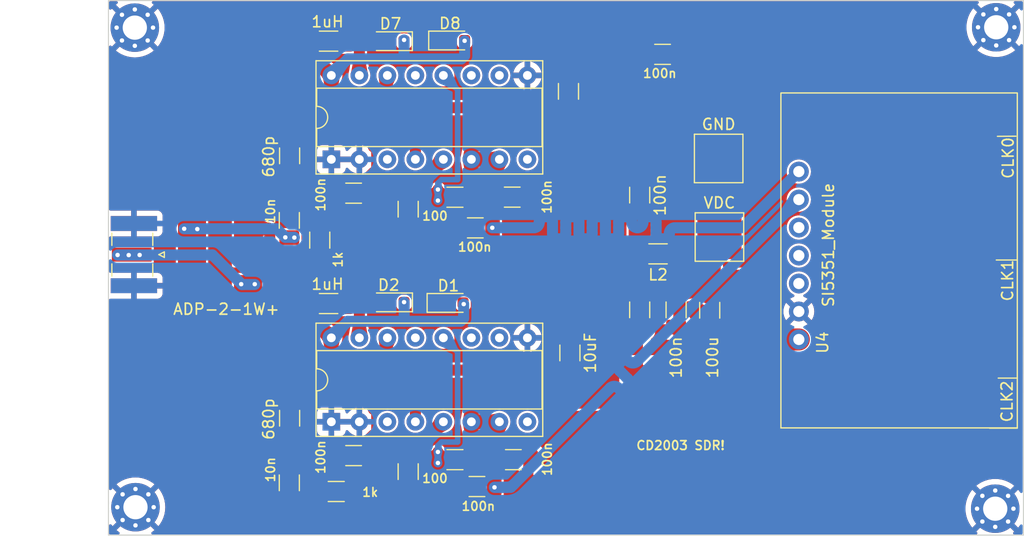
<source format=kicad_pcb>
(kicad_pcb (version 20221018) (generator pcbnew)
  (layers (0 "F.Cu" signal) (31 "B.Cu" signal) (34 "B.Paste" user) (35 "F.Paste" user) (36 "B.SilkS" user "B.Silkscreen") (37 "F.SilkS" user "F.Silkscreen") (38 "B.Mask" user) (39 "F.Mask" user) (44 "Edge.Cuts" user))
  (net 0 "")
  (net 1 "+5V")
  (net 2 "Net-(U1-FM{slash}AM_SW)")
  (net 3 "Net-(D7-K)")
  (net 7 "GND")
  (net 9 "Net-(U1-AM_OSC)")
  (net 11 "Net-(C11-Pad1)")
  (net 12 "Net-(U2-AM_OSC)")
  (net 13 "Net-(U2-FM{slash}AM_SW)")
  (net 14 "5VCLEAN")
  (net 15 "Net-(J1-In)")
  (net 16 "Net-(D1-A)")
  (net 17 "Net-(C13-Pad1)")
  (net 18 "Net-(U1-AGC)")
  (net 19 "Net-(U2-AGC)")
  (net 25 "CLK+90")
  (net 26 "I")
  (net 27 "Net-(C14-Pad2)")
  (net 28 "Net-(C17-Pad2)")
  (net 29 "Q")
  (net 30 "CLK")
  (net 32 "Net-(U1-AM_MIX)")
  (net 33 "Net-(U2-AM_MIX)")
  (net 34 "SDA")
  (net 35 "SCL")
  (net 36 "Net-(U4-S2)")
  (footprint "Diode_SMD:D_SOD-323_HandSoldering" (layer "F.Cu") (at 76.095 50.99)
    (fp_text reference "D8" (at -0.085 -1.55) (layer "F.SilkS"))
    (fp_text value "1N4148" hide)
    (pad "1" smd roundrect (at -1.25 0) (size 1 1) (layers "F.Cu" "F.Paste" "F.Mask") (net 14 "5VCLEAN"))
    (pad "2" smd roundrect (at 1.25 0) (size 1 1) (layers "F.Cu" "F.Paste" "F.Mask") (net 3 "Net-(D7-K)"))
  )
  (footprint "Resistor_SMD:R_1206_3216Metric_Pad1.30x1.75mm_HandSolder" (layer "F.Cu") (at 65.7 91.93)
    (fp_text reference "R2" hide)
    (fp_text value "1k" (at 3.08 0.07) (layer "F.SilkS") (effects (font (size 0.8 0.8))))
    (pad "1" smd roundrect (at -1.55 0) (size 1.3 1.75) (layers "F.Cu" "F.Paste" "F.Mask") (roundrect_rratio 0.1923076923) (net 17 "Net-(C13-Pad1)"))
    (pad "2" smd roundrect (at 1.55 0) (size 1.3 1.75) (layers "F.Cu" "F.Paste" "F.Mask") (roundrect_rratio 0.1923076923) (net 7 "GND"))
  )
  (footprint "Capacitor_SMD:C_1206_3216Metric_Pad1.33x1.80mm_HandSolder" (layer "F.Cu") (at 95.2925 52.25)
    (fp_text reference "C8" hide)
    (fp_text value "100n" (at -0.2525 1.73) (layer "F.SilkS") (effects (font (size 0.8 0.8))))
    (pad "1" smd roundrect (at -1.5625 0) (size 1.325 1.8) (layers "F.Cu" "F.Paste" "F.Mask") (roundrect_rratio 0.1886792453) (net 14 "5VCLEAN"))
    (pad "2" smd roundrect (at 1.5625 0) (size 1.325 1.8) (layers "F.Cu" "F.Paste" "F.Mask") (roundrect_rratio 0.1886792453) (net 7 "GND"))
  )
  (footprint "Capacitor_SMD:C_1206_3216Metric_Pad1.33x1.80mm_HandSolder" (layer "F.Cu") (at 67.275 64.85)
    (fp_text reference "C10" hide)
    (fp_text value "100n" (at -2.982 0.142 90) (layer "F.SilkS") (effects (font (size 0.8 0.8))))
    (pad "1" smd roundrect (at -1.5625 0) (size 1.325 1.8) (layers "F.Cu" "F.Paste" "F.Mask") (roundrect_rratio 0.1886792453) (net 7 "GND"))
    (pad "2" smd roundrect (at 1.5625 0) (size 1.325 1.8) (layers "F.Cu" "F.Paste" "F.Mask") (roundrect_rratio 0.1886792453) (net 2 "Net-(U1-FM{slash}AM_SW)"))
  )
  (footprint "Inductor_SMD:L_1206_3216Metric_Pad1.22x1.90mm_HandSolder" (layer "F.Cu") (at 65.005 51.05)
    (fp_text reference "L1" hide)
    (fp_text value "1uH" (at -0.092 -1.758) (layer "F.SilkS"))
    (pad "1" smd roundrect (at -1.6625 0) (size 1.225 1.9) (layers "F.Cu" "F.Paste" "F.Mask") (roundrect_rratio 0.2040816327) (net 3 "Net-(D7-K)"))
    (pad "2" smd roundrect (at 1.6625 0) (size 1.225 1.9) (layers "F.Cu" "F.Paste" "F.Mask") (roundrect_rratio 0.2040816327) (net 14 "5VCLEAN"))
  )
  (footprint "Capacitor_SMD:C_1206_3216Metric_Pad1.33x1.80mm_HandSolder" (layer "F.Cu") (at 61.47 61.4575 90)
    (fp_text reference "C11" hide)
    (fp_text value "680p" (at -0.0745 -1.897 90) (layer "F.SilkS"))
    (pad "1" smd roundrect (at -1.5625 0 90) (size 1.325 1.8) (layers "F.Cu" "F.Paste" "F.Mask") (roundrect_rratio 0.1886792453) (net 11 "Net-(C11-Pad1)"))
    (pad "2" smd roundrect (at 1.5625 0 90) (size 1.325 1.8) (layers "F.Cu" "F.Paste" "F.Mask") (roundrect_rratio 0.1886792453) (net 3 "Net-(D7-K)"))
  )
  (footprint "Inductor_SMD:L_1206_3216Metric_Pad1.22x1.90mm_HandSolder" (layer "F.Cu") (at 65.005 74.87)
    (fp_text reference "L3" hide)
    (fp_text value "1uH" (at -0.092 -1.758) (layer "F.SilkS"))
    (pad "1" smd roundrect (at -1.6625 0) (size 1.225 1.9) (layers "F.Cu" "F.Paste" "F.Mask") (roundrect_rratio 0.2040816327) (net 16 "Net-(D1-A)"))
    (pad "2" smd roundrect (at 1.6625 0) (size 1.225 1.9) (layers "F.Cu" "F.Paste" "F.Mask") (roundrect_rratio 0.2040816327) (net 14 "5VCLEAN"))
  )
  (footprint "Resistor_SMD:R_1206_3216Metric_Pad1.30x1.75mm_HandSolder" (layer "F.Cu") (at 76.463 65.218)
    (fp_text reference "R14" hide)
    (fp_text value "100" (at -1.81 1.704) (layer "F.SilkS") (effects (font (size 0.8 0.8))))
    (pad "1" smd roundrect (at -1.55 0) (size 1.3 1.75) (layers "F.Cu" "F.Paste" "F.Mask") (roundrect_rratio 0.1923076923) (net 9 "Net-(U1-AM_OSC)"))
    (pad "2" smd roundrect (at 1.55 0) (size 1.3 1.75) (layers "F.Cu" "F.Paste" "F.Mask") (roundrect_rratio 0.1923076923) (net 14 "5VCLEAN"))
  )
  (footprint "Capacitor_SMD:C_1206_3216Metric_Pad1.33x1.80mm_HandSolder" (layer "F.Cu") (at 81.66 65.21)
    (fp_text reference "C9" hide)
    (fp_text value "100n" (at 3.15 -0.02 -90) (layer "F.SilkS") (effects (font (size 0.8 0.8))))
    (pad "1" smd roundrect (at -1.5625 0) (size 1.325 1.8) (layers "F.Cu" "F.Paste" "F.Mask") (roundrect_rratio 0.1886792453) (net 14 "5VCLEAN"))
    (pad "2" smd roundrect (at 1.5625 0) (size 1.325 1.8) (layers "F.Cu" "F.Paste" "F.Mask") (roundrect_rratio 0.1886792453) (net 7 "GND"))
  )
  (footprint "MountingHole:MountingHole_2.2mm_M2_Pad_Via" (layer "F.Cu") (at 125.46 93.49 180)
    (fp_text reference "H2" hide)
    (fp_text value "MountingHole_Pad" hide)
    (pad "1" thru_hole circle (at -1.65 0 180) (size 0.7 0.7) (drill 0.4) (layers "*.Cu" "*.Mask") (net 7 "GND"))
    (pad "1" thru_hole circle (at -1.166726 -1.166726 180) (size 0.7 0.7) (drill 0.4) (layers "*.Cu" "*.Mask") (net 7 "GND"))
    (pad "1" thru_hole circle (at -1.166726 1.166726 180) (size 0.7 0.7) (drill 0.4) (layers "*.Cu" "*.Mask") (net 7 "GND"))
    (pad "1" thru_hole circle (at 0 -1.65 180) (size 0.7 0.7) (drill 0.4) (layers "*.Cu" "*.Mask") (net 7 "GND"))
    (pad "1" thru_hole circle (at 0 0 180) (size 4.4 4.4) (drill 2.2) (layers "*.Cu" "*.Mask") (net 7 "GND"))
    (pad "1" thru_hole circle (at 0 1.65 180) (size 0.7 0.7) (drill 0.4) (layers "*.Cu" "*.Mask") (net 7 "GND"))
    (pad "1" thru_hole circle (at 1.166726 -1.166726 180) (size 0.7 0.7) (drill 0.4) (layers "*.Cu" "*.Mask") (net 7 "GND"))
    (pad "1" thru_hole circle (at 1.166726 1.166726 180) (size 0.7 0.7) (drill 0.4) (layers "*.Cu" "*.Mask") (net 7 "GND"))
    (pad "1" thru_hole circle (at 1.65 0 180) (size 0.7 0.7) (drill 0.4) (layers "*.Cu" "*.Mask") (net 7 "GND"))
  )
  (footprint "MountingHole:MountingHole_2.2mm_M2_Pad_Via" (layer "F.Cu") (at 47.493274 93.353274)
    (fp_text reference "H4" hide)
    (fp_text value "MountingHole_Pad" hide)
    (pad "1" thru_hole circle (at -1.65 0) (size 0.7 0.7) (drill 0.4) (layers "*.Cu" "*.Mask") (net 7 "GND"))
    (pad "1" thru_hole circle (at -1.166726 -1.166726) (size 0.7 0.7) (drill 0.4) (layers "*.Cu" "*.Mask") (net 7 "GND"))
    (pad "1" thru_hole circle (at -1.166726 1.166726) (size 0.7 0.7) (drill 0.4) (layers "*.Cu" "*.Mask") (net 7 "GND"))
    (pad "1" thru_hole circle (at 0 -1.65) (size 0.7 0.7) (drill 0.4) (layers "*.Cu" "*.Mask") (net 7 "GND"))
    (pad "1" thru_hole circle (at 0 0) (size 4.4 4.4) (drill 2.2) (layers "*.Cu" "*.Mask") (net 7 "GND"))
    (pad "1" thru_hole circle (at 0 1.65) (size 0.7 0.7) (drill 0.4) (layers "*.Cu" "*.Mask") (net 7 "GND"))
    (pad "1" thru_hole circle (at 1.166726 -1.166726) (size 0.7 0.7) (drill 0.4) (layers "*.Cu" "*.Mask") (net 7 "GND"))
    (pad "1" thru_hole circle (at 1.166726 1.166726) (size 0.7 0.7) (drill 0.4) (layers "*.Cu" "*.Mask") (net 7 "GND"))
    (pad "1" thru_hole circle (at 1.65 0) (size 0.7 0.7) (drill 0.4) (layers "*.Cu" "*.Mask") (net 7 "GND"))
  )
  (footprint "MountingHole:MountingHole_2.2mm_M2_Pad_Via" (layer "F.Cu") (at 47.433274 49.823274 180)
    (fp_text reference "H1" hide)
    (fp_text value "MountingHole_Pad" hide)
    (pad "1" thru_hole circle (at -1.65 0 180) (size 0.7 0.7) (drill 0.4) (layers "*.Cu" "*.Mask") (net 7 "GND"))
    (pad "1" thru_hole circle (at -1.166726 -1.166726 180) (size 0.7 0.7) (drill 0.4) (layers "*.Cu" "*.Mask") (net 7 "GND"))
    (pad "1" thru_hole circle (at -1.166726 1.166726 180) (size 0.7 0.7) (drill 0.4) (layers "*.Cu" "*.Mask") (net 7 "GND"))
    (pad "1" thru_hole circle (at 0 -1.65 180) (size 0.7 0.7) (drill 0.4) (layers "*.Cu" "*.Mask") (net 7 "GND"))
    (pad "1" thru_hole circle (at 0 0 180) (size 4.4 4.4) (drill 2.2) (layers "*.Cu" "*.Mask") (net 7 "GND"))
    (pad "1" thru_hole circle (at 0 1.65 180) (size 0.7 0.7) (drill 0.4) (layers "*.Cu" "*.Mask") (net 7 "GND"))
    (pad "1" thru_hole circle (at 1.166726 -1.166726 180) (size 0.7 0.7) (drill 0.4) (layers "*.Cu" "*.Mask") (net 7 "GND"))
    (pad "1" thru_hole circle (at 1.166726 1.166726 180) (size 0.7 0.7) (drill 0.4) (layers "*.Cu" "*.Mask") (net 7 "GND"))
    (pad "1" thru_hole circle (at 1.65 0 180) (size 0.7 0.7) (drill 0.4) (layers "*.Cu" "*.Mask") (net 7 "GND"))
  )
  (footprint "Capacitor_SMD:C_1206_3216Metric_Pad1.33x1.80mm_HandSolder" (layer "F.Cu") (at 86.76 55.6075 90)
    (fp_text reference "C2" hide)
    (fp_text value "10uF")
    (pad "1" smd roundrect (at -1.5625 0 90) (size 1.325 1.8) (layers "F.Cu" "F.Paste" "F.Mask") (roundrect_rratio 0.188679) (net 32 "Net-(U1-AM_MIX)"))
    (pad "2" smd roundrect (at 1.5625 0 90) (size 1.325 1.8) (layers "F.Cu" "F.Paste" "F.Mask") (roundrect_rratio 0.188679) (net 26 "I"))
  )
  (footprint "footprints:SI5351 Module" (layer "F.Cu") (at 112.6284 86.1564 90)
    (fp_text reference "U4" (at 7.75 -2.82 90) (layer "F.SilkS"))
    (fp_text value "SI5351_Module" (at 16.6 -2.3 90) (layer "F.SilkS"))
    (fp_text user "CLK0" (at 24.5 14 90) (layer "F.SilkS"))
    (fp_text user "CLK2" (at 2.4 13.9 90) (layer "F.SilkS"))
    (fp_text user "CLK1" (at 13.38 13.95 90) (layer "F.SilkS"))
    (pad "1" thru_hole circle (at 8.0264 -4.9784 90) (size 1.8 1.8) (drill 1.016) (layers "*.Cu" "*.Mask") (net 1 "+5V"))
    (pad "2" thru_hole circle (at 10.5664 -4.9784 90) (size 1.8 1.8) (drill 1.016) (layers "*.Cu" "*.Mask") (net 7 "GND"))
    (pad "3" thru_hole circle (at 13.1064 -4.9784 90) (size 1.8 1.8) (drill 1.016) (layers "*.Cu" "*.Mask") (net 34 "SDA"))
    (pad "4" thru_hole circle (at 15.6464 -4.9784 90) (size 1.8 1.8) (drill 1.016) (layers "*.Cu" "*.Mask") (net 35 "SCL"))
    (pad "5" thru_hole circle (at 18.1864 -4.9784 90) (size 1.8 1.8) (drill 1.016) (layers "*.Cu" "*.Mask") (net 36 "Net-(U4-S2)"))
    (pad "6" thru_hole circle (at 20.7264 -4.9784 90) (size 1.8 1.8) (drill 1.016) (layers "*.Cu" "*.Mask") (net 25 "CLK+90"))
    (pad "7" thru_hole circle (at 23.2664 -4.9784 90) (size 1.8 1.8) (drill 1.016) (layers "*.Cu" "*.Mask") (net 30 "CLK"))
  )
  (footprint "Capacitor_SMD:C_1206_3216Metric_Pad1.33x1.80mm_HandSolder" (layer "F.Cu") (at 78.46 91.48)
    (fp_text reference "C1" hide)
    (fp_text value "100n" (at 0.13 1.79) (layer "F.SilkS") (effects (font (size 0.8 0.8))))
    (pad "1" smd roundrect (at -1.5625 0) (size 1.325 1.8) (layers "F.Cu" "F.Paste" "F.Mask") (roundrect_rratio 0.1886792453) (net 12 "Net-(U2-AM_OSC)"))
    (pad "2" smd roundrect (at 1.5625 0) (size 1.325 1.8) (layers "F.Cu" "F.Paste" "F.Mask") (roundrect_rratio 0.1886792453) (net 25 "CLK+90"))
  )
  (footprint "Capacitor_SMD:C_1206_3216Metric_Pad1.33x1.80mm_HandSolder" (layer "F.Cu") (at 61.445 67.32 -90)
    (fp_text reference "C17" hide)
    (fp_text value "10n" (at -0.83 1.705 90) (layer "F.SilkS") (effects (font (size 0.8 0.8))))
    (pad "1" smd roundrect (at -1.5625 0 270) (size 1.325 1.8) (layers "F.Cu" "F.Paste" "F.Mask") (roundrect_rratio 0.1886792453) (net 11 "Net-(C11-Pad1)"))
    (pad "2" smd roundrect (at 1.5625 0 270) (size 1.325 1.8) (layers "F.Cu" "F.Paste" "F.Mask") (roundrect_rratio 0.1886792453) (net 28 "Net-(C17-Pad2)"))
  )
  (footprint "Capacitor_SMD:C_1206_3216Metric_Pad1.33x1.80mm_HandSolder" (layer "F.Cu") (at 61.47 85.2775 90)
    (fp_text reference "C13" hide)
    (fp_text value "680p" (at -0.0745 -1.897 90) (layer "F.SilkS"))
    (pad "1" smd roundrect (at -1.5625 0 90) (size 1.325 1.8) (layers "F.Cu" "F.Paste" "F.Mask") (roundrect_rratio 0.1886792453) (net 17 "Net-(C13-Pad1)"))
    (pad "2" smd roundrect (at 1.5625 0 90) (size 1.325 1.8) (layers "F.Cu" "F.Paste" "F.Mask") (roundrect_rratio 0.1886792453) (net 16 "Net-(D1-A)"))
  )
  (footprint "Capacitor_SMD:C_1206_3216Metric_Pad1.33x1.80mm_HandSolder" (layer "F.Cu") (at 78.31 68)
    (fp_text reference "C21" hide)
    (fp_text value "100n" (at -0.05 1.74) (layer "F.SilkS") (effects (font (size 0.8 0.8))))
    (pad "1" smd roundrect (at -1.5625 0) (size 1.325 1.8) (layers "F.Cu" "F.Paste" "F.Mask") (roundrect_rratio 0.1886792453) (net 9 "Net-(U1-AM_OSC)"))
    (pad "2" smd roundrect (at 1.5625 0) (size 1.325 1.8) (layers "F.Cu" "F.Paste" "F.Mask") (roundrect_rratio 0.1886792453) (net 30 "CLK"))
  )
  (footprint "Diode_SMD:D_SOD-323_HandSoldering" (layer "F.Cu") (at 70.6 74.76 180)
    (fp_text reference "D2" (at 0.14 1.57 180) (layer "F.SilkS"))
    (fp_text value "1N4148" hide)
    (pad "1" smd roundrect (at -1.25 0 180) (size 1 1) (layers "F.Cu" "F.Paste" "F.Mask") (net 16 "Net-(D1-A)"))
    (pad "2" smd roundrect (at 1.25 0 180) (size 1 1) (layers "F.Cu" "F.Paste" "F.Mask") (net 14 "5VCLEAN"))
  )
  (footprint "Capacitor_SMD:C_1206_3216Metric_Pad1.33x1.80mm_HandSolder" (layer "F.Cu") (at 72.223 66.3045 -90)
    (fp_text reference "C16" hide)
    (fp_text value " 10u")
    (pad "1" smd roundrect (at -1.5625 0 270) (size 1.325 1.8) (layers "F.Cu" "F.Paste" "F.Mask") (roundrect_rratio 0.188679) (net 18 "Net-(U1-AGC)"))
    (pad "2" smd roundrect (at 1.5625 0 270) (size 1.325 1.8) (layers "F.Cu" "F.Paste" "F.Mask") (roundrect_rratio 0.188679) (net 7 "GND"))
  )
  (footprint "Capacitor_SMD:C_1206_3216Metric_Pad1.33x1.80mm_HandSolder" (layer "F.Cu") (at 72.223 90.1245 -90)
    (fp_text reference "C15" hide)
    (fp_text value " 10u")
    (pad "1" smd roundrect (at -1.5625 0 270) (size 1.325 1.8) (layers "F.Cu" "F.Paste" "F.Mask") (roundrect_rratio 0.188679) (net 19 "Net-(U2-AGC)"))
    (pad "2" smd roundrect (at 1.5625 0 270) (size 1.325 1.8) (layers "F.Cu" "F.Paste" "F.Mask") (roundrect_rratio 0.188679) (net 7 "GND"))
  )
  (footprint "Resistor_SMD:R_1206_3216Metric_Pad1.30x1.75mm_HandSolder" (layer "F.Cu") (at 64.205 69.11 -90)
    (fp_text reference "R13" hide)
    (fp_text value "1k" (at 1.772 -1.658 90) (layer "F.SilkS") (effects (font (size 0.8 0.8))))
    (pad "1" smd roundrect (at -1.55 0 270) (size 1.3 1.75) (layers "F.Cu" "F.Paste" "F.Mask") (roundrect_rratio 0.1923076923) (net 11 "Net-(C11-Pad1)"))
    (pad "2" smd roundrect (at 1.55 0 270) (size 1.3 1.75) (layers "F.Cu" "F.Paste" "F.Mask") (roundrect_rratio 0.1923076923) (net 7 "GND"))
  )
  (footprint "Capacitor_SMD:C_1206_3216Metric_Pad1.33x1.80mm_HandSolder" (layer "F.Cu") (at 99.568 75.4765 -90)
    (fp_text reference "C6" hide)
    (fp_text value "100u" (at 4.2795 -0.254 90) (layer "F.SilkS"))
    (pad "1" smd roundrect (at -1.5625 0 270) (size 1.325 1.8) (layers "F.Cu" "F.Paste" "F.Mask") (roundrect_rratio 0.188679) (net 1 "+5V"))
    (pad "2" smd roundrect (at 1.5625 0 270) (size 1.325 1.8) (layers "F.Cu" "F.Paste" "F.Mask") (roundrect_rratio 0.188679) (net 7 "GND"))
  )
  (footprint "Resistor_SMD:R_1206_3216Metric_Pad1.30x1.75mm_HandSolder" (layer "F.Cu") (at 76.463 89.038)
    (fp_text reference "R1" hide)
    (fp_text value "100" (at -1.81 1.704) (layer "F.SilkS") (effects (font (size 0.8 0.8))))
    (pad "1" smd roundrect (at -1.55 0) (size 1.3 1.75) (layers "F.Cu" "F.Paste" "F.Mask") (roundrect_rratio 0.1923076923) (net 12 "Net-(U2-AM_OSC)"))
    (pad "2" smd roundrect (at 1.55 0) (size 1.3 1.75) (layers "F.Cu" "F.Paste" "F.Mask") (roundrect_rratio 0.1923076923) (net 14 "5VCLEAN"))
  )
  (footprint "Connector_Coaxial:SMA_Samtec_SMA-J-P-X-ST-EM1_EdgeMount" (layer "F.Cu") (at 47.352 70.428 -90)
    (fp_text reference "J1" hide)
    (fp_text value "ANTENNA" hide)
    (pad "1" smd rect (at 0 0.2 270) (size 1.27 3.6) (layers "F.Cu" "F.Paste" "F.Mask") (net 15 "Net-(J1-In)"))
    (pad "2" smd rect (at -2.825 0 270) (size 1.35 4.2) (layers "F.Cu" "F.Paste" "F.Mask") (net 7 "GND"))
    (pad "2" smd rect (at -2.825 0 270) (size 1.35 4.2) (layers "B.Cu" "B.Paste" "B.Mask") (net 7 "GND"))
    (pad "2" smd rect (at 2.825 0 270) (size 1.35 4.2) (layers "F.Cu" "F.Paste" "F.Mask") (net 7 "GND"))
    (pad "2" smd rect (at 2.825 0 270) (size 1.35 4.2) (layers "B.Cu" "B.Paste" "B.Mask") (net 7 "GND"))
  )
  (footprint "TestPoint:TestPoint_Pad_4.0x4.0mm" (layer "F.Cu") (at 100.38 61.7 180)
    (fp_text reference "PI2" hide)
    (fp_text value "GND" (at 0 3.1) (layer "F.SilkS"))
    (pad "1" smd rect (at 0 0 180) (size 4 4) (layers "F.Cu" "F.Mask") (net 7 "GND"))
  )
  (footprint "Package_DIP:DIP-16_W7.62mm_Socket" (layer "F.Cu") (at 65.255 85.6 90)
    (fp_text reference "U2" hide)
    (fp_text value "CD2003GB_GP" hide)
    (pad "1" thru_hole rect (at 0 0 90) (size 1.6 1.6) (drill 0.8) (layers "*.Cu" "*.Mask") (net 7 "GND"))
    (pad "2" thru_hole oval (at 0 2.54 90) (size 1.6 1.6) (drill 0.8) (layers "*.Cu" "*.Mask") (net 7 "GND"))
    (pad "3" thru_hole oval (at 0 5.08 90) (size 1.6 1.6) (drill 0.8) (layers "*.Cu" "*.Mask"))
    (pad "4" thru_hole oval (at 0 7.62 90) (size 1.6 1.6) (drill 0.8) (layers "*.Cu" "*.Mask") (net 33 "Net-(U2-AM_MIX)"))
    (pad "5" thru_hole oval (at 0 10.16 90) (size 1.6 1.6) (drill 0.8) (layers "*.Cu" "*.Mask") (net 19 "Net-(U2-AGC)"))
    (pad "6" thru_hole oval (at 0 12.7 90) (size 1.6 1.6) (drill 0.8) (layers "*.Cu" "*.Mask") (net 14 "5VCLEAN"))
    (pad "7" thru_hole oval (at 0 15.24 90) (size 1.6 1.6) (drill 0.8) (layers "*.Cu" "*.Mask") (net 14 "5VCLEAN"))
    (pad "8" thru_hole oval (at 0 17.78 90) (size 1.6 1.6) (drill 0.8) (layers "*.Cu" "*.Mask"))
    (pad "9" thru_hole oval (at 7.62 17.78 90) (size 1.6 1.6) (drill 0.8) (layers "*.Cu" "*.Mask") (net 7 "GND"))
    (pad "10" thru_hole oval (at 7.62 15.24 90) (size 1.6 1.6) (drill 0.8) (layers "*.Cu" "*.Mask"))
    (pad "11" thru_hole oval (at 7.62 12.7 90) (size 1.6 1.6) (drill 0.8) (layers "*.Cu" "*.Mask"))
    (pad "12" thru_hole oval (at 7.62 10.16 90) (size 1.6 1.6) (drill 0.8) (layers "*.Cu" "*.Mask") (net 12 "Net-(U2-AM_OSC)"))
    (pad "13" thru_hole oval (at 7.62 7.62 90) (size 1.6 1.6) (drill 0.8) (layers "*.Cu" "*.Mask"))
    (pad "14" thru_hole oval (at 7.62 5.08 90) (size 1.6 1.6) (drill 0.8) (layers "*.Cu" "*.Mask") (net 13 "Net-(U2-FM{slash}AM_SW)"))
    (pad "15" thru_hole oval (at 7.62 2.54 90) (size 1.6 1.6) (drill 0.8) (layers "*.Cu" "*.Mask") (net 14 "5VCLEAN"))
    (pad "16" thru_hole oval (at 7.62 0 90) (size 1.6 1.6) (drill 0.8) (layers "*.Cu" "*.Mask") (net 16 "Net-(D1-A)"))
  )
  (footprint "MountingHole:MountingHole_2.2mm_M2_Pad_Via" (layer "F.Cu") (at 125.55 49.79)
    (fp_text reference "H3" hide)
    (fp_text value "MountingHole_Pad" hide)
    (pad "1" thru_hole circle (at -1.65 0) (size 0.7 0.7) (drill 0.4) (layers "*.Cu" "*.Mask") (net 7 "GND"))
    (pad "1" thru_hole circle (at -1.166726 -1.166726) (size 0.7 0.7) (drill 0.4) (layers "*.Cu" "*.Mask") (net 7 "GND"))
    (pad "1" thru_hole circle (at -1.166726 1.166726) (size 0.7 0.7) (drill 0.4) (layers "*.Cu" "*.Mask") (net 7 "GND"))
    (pad "1" thru_hole circle (at 0 -1.65) (size 0.7 0.7) (drill 0.4) (layers "*.Cu" "*.Mask") (net 7 "GND"))
    (pad "1" thru_hole circle (at 0 0) (size 4.4 4.4) (drill 2.2) (layers "*.Cu" "*.Mask") (net 7 "GND"))
    (pad "1" thru_hole circle (at 0 1.65) (size 0.7 0.7) (drill 0.4) (layers "*.Cu" "*.Mask") (net 7 "GND"))
    (pad "1" thru_hole circle (at 1.166726 -1.166726) (size 0.7 0.7) (drill 0.4) (layers "*.Cu" "*.Mask") (net 7 "GND"))
    (pad "1" thru_hole circle (at 1.166726 1.166726) (size 0.7 0.7) (drill 0.4) (layers "*.Cu" "*.Mask") (net 7 "GND"))
    (pad "1" thru_hole circle (at 1.65 0) (size 0.7 0.7) (drill 0.4) (layers "*.Cu" "*.Mask") (net 7 "GND"))
  )
  (footprint "Capacitor_SMD:C_1206_3216Metric_Pad1.33x1.80mm_HandSolder" (layer "F.Cu") (at 81.7615 89.038)
    (fp_text reference "C18" hide)
    (fp_text value "100n" (at 3.0785 -0.048 -90) (layer "F.SilkS") (effects (font (size 0.8 0.8))))
    (pad "1" smd roundrect (at -1.5625 0) (size 1.325 1.8) (layers "F.Cu" "F.Paste" "F.Mask") (roundrect_rratio 0.1886792453) (net 14 "5VCLEAN"))
    (pad "2" smd roundrect (at 1.5625 0) (size 1.325 1.8) (layers "F.Cu" "F.Paste" "F.Mask") (roundrect_rratio 0.1886792453) (net 7 "GND"))
  )
  (footprint "Capacitor_SMD:C_1206_3216Metric_Pad1.33x1.80mm_HandSolder" (layer "F.Cu") (at 93.218 75.438 -90)
    (fp_text reference "C3" hide)
    (fp_text value "10u" hide)
    (pad "1" smd roundrect (at -1.5625 0 270) (size 1.325 1.8) (layers "F.Cu" "F.Paste" "F.Mask") (roundrect_rratio 0.188679) (net 14 "5VCLEAN"))
    (pad "2" smd roundrect (at 1.5625 0 270) (size 1.325 1.8) (layers "F.Cu" "F.Paste" "F.Mask") (roundrect_rratio 0.188679) (net 7 "GND"))
  )
  (footprint "Inductor_SMD:L_1206_3216Metric_Pad1.22x1.90mm_HandSolder" (layer "F.Cu") (at 94.8805 70.358 180)
    (fp_text reference "L2" (at 0 -1.9) (layer "F.SilkS"))
    (fp_text value "100uH")
    (pad "1" smd roundrect (at -1.6625 0 180) (size 1.225 1.9) (layers "F.Cu" "F.Paste" "F.Mask") (roundrect_rratio 0.204082) (net 1 "+5V"))
    (pad "2" smd roundrect (at 1.6625 0 180) (size 1.225 1.9) (layers "F.Cu" "F.Paste" "F.Mask") (roundrect_rratio 0.204082) (net 14 "5VCLEAN"))
  )
  (footprint "Diode_SMD:D_SOD-323_HandSoldering" (layer "F.Cu") (at 70.592 51.054 180)
    (fp_text reference "D7" (at -0.028 1.584 180) (layer "F.SilkS"))
    (fp_text value "1N4148" hide)
    (pad "1" smd roundrect (at -1.25 0 180) (size 1 1) (layers "F.Cu" "F.Paste" "F.Mask") (net 3 "Net-(D7-K)"))
    (pad "2" smd roundrect (at 1.25 0 180) (size 1 1) (layers "F.Cu" "F.Paste" "F.Mask") (net 14 "5VCLEAN"))
  )
  (footprint "Capacitor_SMD:C_1206_3216Metric_Pad1.33x1.80mm_HandSolder" (layer "F.Cu") (at 86.89 79.35 90)
    (fp_text reference "C19" hide)
    (fp_text value "10uF" (at 0 1.85 90) (layer "F.SilkS"))
    (pad "1" smd roundrect (at -1.5625 0 90) (size 1.325 1.8) (layers "F.Cu" "F.Paste" "F.Mask") (roundrect_rratio 0.188679) (net 33 "Net-(U2-AM_MIX)"))
    (pad "2" smd roundrect (at 1.5625 0 90) (size 1.325 1.8) (layers "F.Cu" "F.Paste" "F.Mask") (roundrect_rratio 0.188679) (net 29 "Q"))
  )
  (footprint "TestPoint:TestPoint_Pad_4.0x4.0mm" (layer "F.Cu") (at 100.45 68.83 180)
    (fp_text reference "PI1" hide)
    (fp_text value "VDC" (at 0 3.1) (layer "F.SilkS"))
    (pad "1" smd rect (at 0 0 180) (size 4 4) (layers "F.Cu" "F.Mask") (net 1 "+5V"))
  )
  (footprint "footprints:MC-CDXXX-Modded" (layer "F.Cu") (at 55.16 70.57 180)
    (fp_text reference "U3" hide)
    (fp_text value "ADP-2-1W+" (at -0.57 -4.81) (layer "F.SilkS"))
    (pad "1" smd rect (at -2.54 -2.54 180) (size 2.54 1.651) (layers "F.Cu" "F.Paste" "F.Mask") (net 15 "Net-(J1-In)"))
    (pad "2" smd rect (at -2.54 0 180) (size 2.54 1.651) (layers "F.Cu" "F.Paste" "F.Mask"))
    (pad "3" smd rect (at -2.54 2.54 180) (size 2.54 1.651) (layers "F.Cu" "F.Paste" "F.Mask") (net 27 "Net-(C14-Pad2)"))
    (pad "4" smd rect (at 2.54 2.54 180) (size 2.54 1.651) (layers "F.Cu" "F.Paste" "F.Mask") (net 28 "Net-(C17-Pad2)"))
    (pad "5" smd rect (at 2.54 0 180) (size 2.54 1.651) (layers "F.Cu" "F.Paste" "F.Mask"))
    (pad "6" smd rect (at 2.54 -2.54 180) (size 2.54 1.651) (layers "F.Cu" "F.Paste" "F.Mask"))
  )
  (footprint "Capacitor_SMD:C_1206_3216Metric_Pad1.33x1.80mm_HandSolder" (layer "F.Cu") (at 61.445 91.14 -90)
    (fp_text reference "C14" hide)
    (fp_text value "10n" (at -1.19 1.705 90) (layer "F.SilkS") (effects (font (size 0.8 0.8))))
    (pad "1" smd roundrect (at -1.5625 0 270) (size 1.325 1.8) (layers "F.Cu" "F.Paste" "F.Mask") (roundrect_rratio 0.1886792453) (net 17 "Net-(C13-Pad1)"))
    (pad "2" smd roundrect (at 1.5625 0 270) (size 1.325 1.8) (layers "F.Cu" "F.Paste" "F.Mask") (roundrect_rratio 0.1886792453) (net 27 "Net-(C14-Pad2)"))
  )
  (footprint "Diode_SMD:D_SOD-323_HandSoldering" (layer "F.Cu") (at 75.95 74.81)
    (fp_text reference "D1" (at -0.08 -1.56) (layer "F.SilkS"))
    (fp_text value "1N4148" hide)
    (pad "1" smd roundrect (at -1.25 0) (size 1 1) (layers "F.Cu" "F.Paste" "F.Mask") (net 14 "5VCLEAN"))
    (pad "2" smd roundrect (at 1.25 0) (size 1 1) (layers "F.Cu" "F.Paste" "F.Mask") (net 16 "Net-(D1-A)"))
  )
  (footprint "Capacitor_SMD:C_1206_3216Metric_Pad1.33x1.80mm_HandSolder" (layer "F.Cu") (at 93.218 65.024 90)
    (fp_text reference "C4" hide)
    (fp_text value "100n" (at 0 1.85 90) (layer "F.SilkS"))
    (pad "1" smd roundrect (at -1.5625 0 90) (size 1.325 1.8) (layers "F.Cu" "F.Paste" "F.Mask") (roundrect_rratio 0.188679) (net 14 "5VCLEAN"))
    (pad "2" smd roundrect (at 1.5625 0 90) (size 1.325 1.8) (layers "F.Cu" "F.Paste" "F.Mask") (roundrect_rratio 0.188679) (net 7 "GND"))
  )
  (footprint "Capacitor_SMD:C_1206_3216Metric_Pad1.33x1.80mm_HandSolder" (layer "F.Cu") (at 96.52 75.438 -90)
    (fp_text reference "C5" hide)
    (fp_text value "100n" (at 4.318 0 90) (layer "F.SilkS"))
    (pad "1" smd roundrect (at -1.5625 0 270) (size 1.325 1.8) (layers "F.Cu" "F.Paste" "F.Mask") (roundrect_rratio 0.188679) (net 1 "+5V"))
    (pad "2" smd roundrect (at 1.5625 0 270) (size 1.325 1.8) (layers "F.Cu" "F.Paste" "F.Mask") (roundrect_rratio 0.188679) (net 7 "GND"))
  )
  (footprint "Package_DIP:DIP-16_W7.62mm_Socket" (layer "F.Cu") (at 65.255 61.78 90)
    (fp_text reference "U1" hide)
    (fp_text value "CD2003GB_GP" hide)
    (pad "1" thru_hole rect (at 0 0 90) (size 1.6 1.6) (drill 0.8) (layers "*.Cu" "*.Mask") (net 7 "GND"))
    (pad "2" thru_hole oval (at 0 2.54 90) (size 1.6 1.6) (drill 0.8) (layers "*.Cu" "*.Mask") (net 7 "GND"))
    (pad "3" thru_hole oval (at 0 5.08 90) (size 1.6 1.6) (drill 0.8) (layers "*.Cu" "*.Mask"))
    (pad "4" thru_hole oval (at 0 7.62 90) (size 1.6 1.6) (drill 0.8) (layers "*.Cu" "*.Mask") (net 32 "Net-(U1-AM_MIX)"))
    (pad "5" thru_hole oval (at 0 10.16 90) (size 1.6 1.6) (drill 0.8) (layers "*.Cu" "*.Mask") (net 18 "Net-(U1-AGC)"))
    (pad "6" thru_hole oval (at 0 12.7 90) (size 1.6 1.6) (drill 0.8) (layers "*.Cu" "*.Mask") (net 14 "5VCLEAN"))
    (pad "7" thru_hole oval (at 0 15.24 90) (size 1.6 1.6) (drill 0.8) (layers "*.Cu" "*.Mask") (net 14 "5VCLEAN"))
    (pad "8" thru_hole oval (at 0 17.78 90) (size 1.6 1.6) (drill 0.8) (layers "*.Cu" "*.Mask"))
    (pad "9" thru_hole oval (at 7.62 17.78 90) (size 1.6 1.6) (drill 0.8) (layers "*.Cu" "*.Mask") (net 7 "GND"))
    (pad "10" thru_hole oval (at 7.62 15.24 90) (size 1.6 1.6) (drill 0.8) (layers "*.Cu" "*.Mask"))
    (pad "11" thru_hole oval (at 7.62 12.7 90) (size 1.6 1.6) (drill 0.8) (layers "*.Cu" "*.Mask"))
    (pad "12" thru_hole oval (at 7.62 10.16 90) (size 1.6 1.6) (drill 0.8) (layers "*.Cu" "*.Mask") (net 9 "Net-(U1-AM_OSC)"))
    (pad "13" thru_hole oval (at 7.62 7.62 90) (size 1.6 1.6) (drill 0.8) (layers "*.Cu" "*.Mask"))
    (pad "14" thru_hole oval (at 7.62 5.08 90) (size 1.6 1.6) (drill 0.8) (layers "*.Cu" "*.Mask") (net 2 "Net-(U1-FM{slash}AM_SW)"))
    (pad "15" thru_hole oval (at 7.62 2.54 90) (size 1.6 1.6) (drill 0.8) (layers "*.Cu" "*.Mask") (net 14 "5VCLEAN"))
    (pad "16" thru_hole oval (at 7.62 0 90) (size 1.6 1.6) (drill 0.8) (layers "*.Cu" "*.Mask") (net 3 "Net-(D7-K)"))
  )
  (footprint "Capacitor_SMD:C_1206_3216Metric_Pad1.33x1.80mm_HandSolder" (layer "F.Cu") (at 67.275 88.67)
    (fp_text reference "C12" hide)
    (fp_text value "100n" (at -2.982 0.142 90) (layer "F.SilkS") (effects (font (size 0.8 0.8))))
    (pad "1" smd roundrect (at -1.5625 0) (size 1.325 1.8) (layers "F.Cu" "F.Paste" "F.Mask") (roundrect_rratio 0.1886792453) (net 7 "GND"))
    (pad "2" smd roundrect (at 1.5625 0) (size 1.325 1.8) (layers "F.Cu" "F.Paste" "F.Mask") (roundrect_rratio 0.1886792453) (net 13 "Net-(U2-FM{slash}AM_SW)"))
  )
  (gr_rect (start 45.042 47.366) (end 128.024 95.886) (stroke (width 0.1)) (fill none) (layer "Edge.Cuts"))
  (gr_text "CD2003 SDR!" (at 92.83 88.22) (layer "F.SilkS") (effects (font (size 0.8 0.8)) (justify left bottom)))
  (segment (start 99.568 72.8) (end 99.568 69.712) (width 2) (layer "F.Cu") (net 1))
  (segment (start 103.09 72.8) (end 103.09 76.98) (width 2) (layer "F.Cu") (net 1))
  (segment (start 104.24 78.13) (end 107.65 78.13) (width 2) (layer "F.Cu") (net 1))
  (segment (start 99.568 69.712) (end 100.45 68.83) (width 2) (layer "F.Cu") (net 1))
  (segment (start 99.568 72.8) (end 103.09 72.8) (width 2) (layer "F.Cu") (net 1))
  (segment (start 96.52 73.8755) (end 99.5295 73.8755) (width 1) (layer "F.Cu") (net 1))
  (segment (start 99.568 73.914) (end 99.568 72.8) (width 2) (layer "F.Cu") (net 1))
  (segment (start 103.09 76.98) (end 104.24 78.13) (width 2) (layer "F.Cu") (net 1))
  (segment (start 96.52 73.8755) (end 96.52 70.381) (width 1) (layer "F.Cu") (net 1))
  (segment (start 69.071 56.582) (end 69.071 60.646) (width 1) (layer "F.Cu") (net 2))
  (segment (start 70.335 55.318) (end 69.071 56.582) (width 1) (layer "F.Cu") (net 2))
  (segment (start 70.335 54.16) (end 70.335 55.318) (width 1) (layer "F.Cu") (net 2))
  (segment (start 68.817 65.218) (end 68.817 63.218) (width 1) (layer "F.Cu") (net 2))
  (segment (start 69.071 62.964) (end 69.071 60.646) (width 0.4) (layer "F.Cu") (net 2))
  (segment (start 68.817 63.218) (end 69.071 62.964) (width 1) (layer "F.Cu") (net 2))
  (segment (start 61.47 59.895) (end 61.47 57.99) (width 1) (layer "F.Cu") (net 3))
  (segment (start 65.225 57.91) (end 65.255 57.88) (width 1) (layer "F.Cu") (net 3))
  (segment (start 65.255 57.88) (end 65.255 54.16) (width 1) (layer "F.Cu") (net 3))
  (segment (start 61.47 57.99) (end 61.55 57.91) (width 1) (layer "F.Cu") (net 3))
  (segment (start 63.3425 52.2475) (end 65.255 54.16) (width 1) (layer "F.Cu") (net 3))
  (segment (start 61.55 57.91) (end 65.225 57.91) (width 1) (layer "F.Cu") (net 3))
  (segment (start 63.3425 51.05) (end 63.3425 52.2475) (width 1) (layer "F.Cu") (net 3))
  (via (at 71.85 50.94) (size 0.8) (drill 0.4) (layers "F.Cu" "B.Cu") (net 3))
  (via (at 77.34 51.02) (size 0.8) (drill 0.4) (layers "F.Cu" "B.Cu") (net 3))
  (segment (start 65.255 54.16) (end 66.755 52.66) (width 1) (layer "B.Cu") (net 3))
  (segment (start 77.34 52.37) (end 77.34 51.02) (width 1) (layer "B.Cu") (net 3))
  (segment (start 71.55 52.66) (end 71.85 52.36) (width 1) (layer "B.Cu") (net 3))
  (segment (start 77.05 52.66) (end 77.34 52.37) (width 1) (layer "B.Cu") (net 3))
  (segment (start 71.85 52.36) (end 71.85 50.94) (width 1) (layer "B.Cu") (net 3))
  (segment (start 66.755 52.66) (end 77.05 52.66) (width 1) (layer "B.Cu") (net 3))
  (segment (start 75.42 68) (end 74.92 67.5) (width 1) (layer "F.Cu") (net 9))
  (segment (start 74.92 67.5) (end 74.92 64.52) (width 1) (layer "F.Cu") (net 9))
  (segment (start 76.7475 68) (end 75.42 68) (width 1) (layer "F.Cu") (net 9))
  (via (at 74.92 64.52) (size 0.8) (drill 0.4) (layers "F.Cu" "B.Cu") (net 9))
  (via (at 74.92 65.52) (size 0.8) (drill 0.4) (layers "F.Cu" "B.Cu") (net 9))
  (segment (start 75.415 54.16) (end 76.705 55.45) (width 0.5) (layer "B.Cu") (net 9))
  (segment (start 75.415 53.98) (end 76.83 55.395) (width 0.25) (layer "B.Cu") (net 9))
  (segment (start 74.913 64.71) (end 74.913 65.218) (width 0.5) (layer "B.Cu") (net 9))
  (segment (start 74.913 63.948) (end 74.913 64.513) (width 0.5) (layer "B.Cu") (net 9))
  (segment (start 75.241 63.62) (end 74.913 63.948) (width 0.5) (layer "B.Cu") (net 9))
  (segment (start 76.705 55.45) (end 76.705 63.62) (width 0.5) (layer "B.Cu") (net 9))
  (segment (start 74.92 64.52) (end 74.913 64.527) (width 0.5) (layer "B.Cu") (net 9))
  (segment (start 74.913 64.527) (end 74.913 64.71) (width 0.5) (layer "B.Cu") (net 9))
  (segment (start 74.913 64.513) (end 74.92 64.52) (width 0.5) (layer "B.Cu") (net 9))
  (segment (start 76.705 63.62) (end 75.241 63.62) (width 0.5) (layer "B.Cu") (net 9))
  (segment (start 63.7225 65.7575) (end 61.445 65.7575) (width 1) (layer "F.Cu") (net 11))
  (segment (start 64.205 67.56) (end 64.205 66.24) (width 1) (layer "F.Cu") (net 11))
  (segment (start 64.205 66.24) (end 63.7225 65.7575) (width 1) (layer "F.Cu") (net 11))
  (segment (start 61.47 65.7325) (end 61.445 65.7575) (width 2) (layer "F.Cu") (net 11))
  (segment (start 61.47 63.02) (end 61.47 65.7325) (width 2) (layer "F.Cu") (net 11))
  (segment (start 74.92 90.91) (end 74.92 88.34) (width 1) (layer "F.Cu") (net 12))
  (segment (start 76.8975 91.48) (end 75.49 91.48) (width 1) (layer "F.Cu") (net 12))
  (segment (start 75.49 91.48) (end 74.92 90.91) (width 1) (layer "F.Cu") (net 12))
  (via (at 74.92 89.34) (size 0.8) (drill 0.4) (layers "F.Cu" "B.Cu") (net 12))
  (via (at 74.92 88.34) (size 0.8) (drill 0.4) (layers "F.Cu" "B.Cu") (net 12))
  (segment (start 75.415 77.8) (end 76.83 79.215) (width 0.25) (layer "B.Cu") (net 12))
  (segment (start 74.913 88.347) (end 74.913 88.53) (width 0.5) (layer "B.Cu") (net 12))
  (segment (start 74.913 87.768) (end 74.913 88.333) (width 0.5) (layer "B.Cu") (net 12))
  (segment (start 75.415 77.98) (end 76.705 79.27) (width 0.5) (layer "B.Cu") (net 12))
  (segment (start 74.92 88.34) (end 74.913 88.347) (width 0.5) (layer "B.Cu") (net 12))
  (segment (start 76.705 87.44) (end 75.241 87.44) (width 0.5) (layer "B.Cu") (net 12))
  (segment (start 76.705 79.27) (end 76.705 87.44) (width 0.5) (layer "B.Cu") (net 12))
  (segment (start 74.913 88.53) (end 74.913 89.038) (width 0.5) (layer "B.Cu") (net 12))
  (segment (start 74.913 88.333) (end 74.92 88.34) (width 0.5) (layer "B.Cu") (net 12))
  (segment (start 75.241 87.44) (end 74.913 87.768) (width 0.5) (layer "B.Cu") (net 12))
  (segment (start 70.335 79.138) (end 69.071 80.402) (width 1) (layer "F.Cu") (net 13))
  (segment (start 70.335 77.98) (end 70.335 79.138) (width 1) (layer "F.Cu") (net 13))
  (segment (start 69.071 80.402) (end 69.071 84.466) (width 1) (layer "F.Cu") (net 13))
  (segment (start 68.817 89.038) (end 68.817 87.038) (width 1) (layer "F.Cu") (net 13))
  (segment (start 68.817 87.038) (end 69.071 86.784) (width 1) (layer "F.Cu") (net 13))
  (segment (start 69.071 86.784) (end 69.071 84.466) (width 0.4) (layer "F.Cu") (net 13))
  (segment (start 80.0975 65.21) (end 80.0975 62.1775) (width 1) (layer "F.Cu") (net 14))
  (segment (start 90.37 54.39) (end 90.37 53.965) (width 2) (layer "F.Cu") (net 14))
  (segment (start 69.35 73.18) (end 69.33 73.16) (width 1) (layer "F.Cu") (net 14))
  (segment (start 84.11 83.41) (end 89.818 83.41) (width 2) (layer "F.Cu") (net 14))
  (segment (start 77.955 61.78) (end 80.495 61.78) (width 1) (layer "F.Cu") (net 14))
  (segment (start 90.37 70.358) (end 90.37 67.31) (width 2) (layer "F.Cu") (net 14))
  (segment (start 90.165 59.615) (end 90.37 59.82) (width 2) (layer "F.Cu") (net 14))
  (segment (start 90.37 62.69) (end 90.37 57.44) (width 2) (layer "F.Cu") (net 14))
  (segment (start 90.37 59.82) (end 90.37 62.69) (width 2) (layer "F.Cu") (net 14))
  (segment (start 67.8 74.76) (end 66.7775 74.76) (width 1) (layer "F.Cu") (net 14))
  (segment (start 78.49 59.615) (end 77.955 60.15) (width 1) (layer "F.Cu") (net 14))
  (segment (start 77.955 83.97) (end 77.955 85.6) (width 1) (layer "F.Cu") (net 14))
  (segment (start 69.35 74.76) (end 67.8 74.76) (width 1) (layer "F.Cu") (net 14))
  (segment (start 69.338 51.05) (end 69.342 51.054) (width 1) (layer "F.Cu") (net 14))
  (segment (start 69.35 74.76) (end 69.35 73.18) (width 1) (layer "F.Cu") (net 14))
  (segment (start 90.37 70.358) (end 93.218 70.358) (width 2) (layer "F.Cu") (net 14))
  (segment (start 93.218 73.8755) (end 90.8395 73.8755) (width 1) (layer "F.Cu") (net 14))
  (segment (start 90.37 52.34) (end 90.37 49.72) (width 2) (layer "F.Cu") (net 14))
  (segment (start 67.795 54.16) (end 67.795 51.095) (width 1) (layer "F.Cu") (net 14))
  (segment (start 66.6675 51.05) (end 67.84 51.05) (width 1) (layer "F.Cu") (net 14))
  (segment (start 69.484 49.216) (end 79.73 49.216) (width 1) (layer "F.Cu") (net 14))
  (segment (start 80.0975 62.1775) (end 80.495 61.78) (width 1) (layer "F.Cu") (net 14))
  (segment (start 74.71 73.036) (end 90 73.036) (width 1) (layer "F.Cu") (net 14))
  (segment (start 67.795 74.765) (end 67.8 74.76) (width 1) (layer "F.Cu") (net 14))
  (segment (start 67.84 51.05) (end 69.338 51.05) (width 1) (layer "F.Cu") (net 14))
  (segment (start 85.1 59.615) (end 78.49 59.615) (width 1) (layer "F.Cu") (net 14))
  (segment (start 69.35 51.046) (end 69.35 49.35) (width 1) (layer "F.Cu") (net 14))
  (segment (start 69.33 73.16) (end 69.454 73.036) (width 1) (layer "F.Cu") (net 14))
  (segment (start 67.795 77.98) (end 67.795 74.765) (width 1) (layer "F.Cu") (net 14))
  (segment (start 90.165 59.615) (end 85.1 59.615) (width 2) (layer "F.Cu") (net 14))
  (segment (start 74.7 74.81) (end 74.7 73.046) (width 1) (layer "F.Cu") (net 14))
  (segment (start 77.955 85.6) (end 80.495 85.6) (width 1) (layer "F.Cu") (net 14))
  (segment (start 90.37 82.858) (end 90.37 73.406) (width 2) (layer "F.Cu") (net 14))
  (segment (start 77.955 61.78) (end 77.955 65.16) (width 1) (layer "F.Cu") (net 14))
  (segment (start 69.342 51.054) (end 69.35 51.046) (width 1) (layer "F.Cu") (net 14))
  (segment (start 89.866 49.216) (end 79.73 49.216) (width 2) (layer "F.Cu") (net 14))
  (segment (start 90.37 52.34) (end 93.64 52.34) (width 2) (layer "F.Cu") (net 14))
  (segment (start 78.49 83.435) (end 77.955 83.97) (width 1) (layer "F.Cu") (net 14))
  (segment (start 67.795 51.095) (end 67.84 51.05) (width 1) (layer "F.Cu") (net 14))
  (segment (start 90.37 57.44) (end 90.37 54.39) (width 2) (layer "F.Cu") (net 14))
  (segment (start 90 73.036) (end 90.37 73.406) (width 1) (layer "F.Cu") (net 14))
  (segment (start 90.37 67.31) (end 90.37 73.406) (width 2) (layer "F.Cu") (net 14))
  (segment (start 80.199 85.896) (end 80.495 85.6) (width 1) (layer "F.Cu") (net 14))
  (segment (start 74.845 50.99) (end 74.845 49.491) (width 1) (layer "F.Cu") (net 14))
  (segment (start 90.37 67.31) (end 90.37 62.69) (width 2) (layer "F.Cu") (net 14))
  (segment (start 78.49 83.435) (end 84.085 83.435) (width 1) (layer "F.Cu") (net 14))
  (segment (start 77.955 85.6) (end 77.955 88.98) (width 1) (layer "F.Cu") (net 14))
  (segment (start 90.37 49.72) (end 89.866 49.216) (width 2) (layer "F.Cu") (net 14))
  (segment (start 69.35 49.35) (end 69.484 49.216) (width 1) (layer "F.Cu") (net 14))
  (segment (start 80.199 89.038) (end 80.199 85.896) (width 1) (layer "F.Cu") (net 14))
  (segment (start 77.955 60.15) (end 77.955 61.78) (width 1) (layer "F.Cu") (net 14))
  (segment (start 74.7 73.046) (end 74.71 73.036) (width 1) (layer "F.Cu") (net 14))
  (segment (start 69.454 73.036) (end 74.71 73.036) (width 1) (layer "F.Cu") (net 14))
  (segment (start 84.085 83.435) (end 84.11 83.41) (width 1) (layer "F.Cu") (net 14))
  (segment (start 90.37 57.44) (end 90.37 52.34) (width 2) (layer "F.Cu") (net 14))
  (segment (start 93.218 70.358) (end 93.218 66.5865) (width 2) (layer "F.Cu") (net 14))
  (segment (start 90.8395 73.8755) (end 90.37 73.406) (width 1) (layer "F.Cu") (net 14))
  (via (at 46.88 70.47) (size 0.8) (drill 0.4) (layers "F.Cu" "B.Cu") (net 15))
  (via (at 47.87 70.46) (size 0.8) (drill 0.4) (layers "F.Cu" "B.Cu") (net 15))
  (via (at 45.87 70.46) (size 0.8) (drill 0.4) (layers "F.Cu" "B.Cu") (net 15))
  (via (at 57.08 73.11) (size 0.8) (drill 0.4) (layers "F.Cu" "B.Cu") (net 15))
  (via (at 58.31 73.11) (size 0.8) (drill 0.4) (layers "F.Cu" "B.Cu") (net 15))
  (segment (start 57.15 73.14) (end 58.31 73.14) (width 1) (layer "B.Cu") (net 15))
  (segment (start 45.87 70.46) (end 54.47 70.46) (width 1) (layer "B.Cu") (net 15))
  (segment (start 54.47 70.46) (end 57.15 73.14) (width 1) (layer "B.Cu") (net 15))
  (segment (start 65.255 81.395) (end 65.03 81.62) (width 1) (layer "F.Cu") (net 16))
  (segment (start 61.47 81.62) (end 61.47 83.715) (width 1) (layer "F.Cu") (net 16))
  (segment (start 65.03 81.62) (end 61.47 81.62) (width 1) (layer "F.Cu") (net 16))
  (segment (start 65.255 77.98) (end 65.255 81.395) (width 1) (layer "F.Cu") (net 16))
  (segment (start 63.3425 74.87) (end 63.3425 76.0675) (width 1) (layer "F.Cu") (net 16))
  (segment (start 63.3425 76.0675) (end 65.255 77.98) (width 1) (layer "F.Cu") (net 16))
  (via (at 77.26 74.92) (size 0.8) (drill 0.4) (layers "F.Cu" "B.Cu") (net 16))
  (via (at 71.85 74.74) (size 0.8) (drill 0.4) (layers "F.Cu" "B.Cu") (net 16))
  (segment (start 71.87 76.48) (end 76.97 76.48) (width 1) (layer "B.Cu") (net 16))
  (segment (start 65.255 77.98) (end 66.755 76.48) (width 1) (layer "B.Cu") (net 16))
  (segment (start 77.25 76.2) (end 77.26 74.92) (width 1) (layer "B.Cu") (net 16))
  (segment (start 66.755 76.48) (end 71.87 76.48) (width 1) (layer "B.Cu") (net 16))
  (segment (start 71.87 76.48) (end 71.85 74.74) (width 1) (layer "B.Cu") (net 16))
  (segment (start 76.97 76.48) (end 77.25 76.2) (width 1) (layer "B.Cu") (net 16))
  (segment (start 63.7225 89.5775) (end 64.205 90.06) (width 1) (layer "F.Cu") (net 17))
  (segment (start 61.445 89.5775) (end 63.7225 89.5775) (width 1) (layer "F.Cu") (net 17))
  (segment (start 61.47 86.84) (end 61.47 89.5525) (width 1) (layer "F.Cu") (net 17))
  (segment (start 64.205 90.06) (end 64.205 91.875) (width 1) (layer "F.Cu") (net 17))
  (segment (start 61.47 89.5525) (end 61.445 89.5775) (width 1) (layer "F.Cu") (net 17))
  (segment (start 72.143 65.052) (end 75.415 61.78) (width 0.75) (layer "F.Cu") (net 18))
  (segment (start 72.453 64.742) (end 75.415 61.78) (width 0.75) (layer "F.Cu") (net 18))
  (segment (start 72.143 88.872) (end 75.415 85.6) (width 0.75) (layer "F.Cu") (net 19))
  (segment (start 72.453 88.562) (end 75.415 85.6) (width 0.75) (layer "F.Cu") (net 19))
  (via (at 80.05 91.55) (size 0.8) (drill 0.4) (layers "F.Cu" "B.Cu") (net 25))
  (segment (start 80.05 91.55) (end 81.115786 91.55) (width 1) (layer "B.Cu") (net 25))
  (segment (start 99.389999 73.690001) (end 99.389999 73.689999) (width 1) (layer "B.Cu") (net 25))
  (segment (start 91.403529 80.262258) (end 91.544951 80.120837) (width 1) (layer "B.Cu") (net 25))
  (segment (start 92.110632 81.676471) (end 92.110633 81.676471) (width 1) (layer "B.Cu") (net 25))
  (segment (start 80.05 91.55) (end 81.53 91.55) (width 1) (layer "B.Cu") (net 25))
  (segment (start 92.959165 80.120836) (end 107.65 65.43) (width 1) (layer "B.Cu") (net 25))
  (segment (start 81.53 91.55) (end 90.555 82.525) (width 1) (layer "B.Cu") (net 25))
  (segment (start 91.969212 82.525) (end 92.110633 82.383578) (width 1) (layer "B.Cu") (net 25))
  (segment (start 92.252058 80.120838) (end 92.252057 80.120837) (width 1) (layer "B.Cu") (net 25))
  (segment (start 92.959164 80.120838) (end 92.959165 80.120836) (width 1) (layer "B.Cu") (net 25))
  (segment (start 92.110633 81.676471) (end 91.403528 80.969366) (width 1) (layer "B.Cu") (net 25))
  (segment (start 91.969213 82.524999) (end 91.969212 82.525) (width 1) (layer "B.Cu") (net 25))
  (segment (start 91.403528 80.26226) (end 91.403529 80.262258) (width 1) (layer "B.Cu") (net 25))
  (arc (start 81.115786 91.55) (mid 81.498469 91.47388) (end 81.822893 91.257107) (width 1) (layer "B.Cu") (net 25))
  (arc (start 91.544951 80.120837) (mid 91.898505 79.974391) (end 92.252058 80.120838) (width 1) (layer "B.Cu") (net 25))
  (arc (start 91.262106 82.525) (mid 91.61566 82.671446) (end 91.969213 82.524999) (width 1) (layer "B.Cu") (net 25))
  (arc (start 90.555 82.525) (mid 90.908553 82.378554) (end 91.262106 82.525) (width 1) (layer "B.Cu") (net 25))
  (arc (start 92.252057 80.120837) (mid 92.60561 80.267284) (end 92.959164 80.120838) (width 1) (layer "B.Cu") (net 25))
  (arc (start 92.110633 82.383578) (mid 92.257079 82.030024) (end 92.110632 81.676471) (width 1) (layer "B.Cu") (net 25))
  (arc (start 91.403528 80.969366) (mid 91.257083 80.615812) (end 91.403528 80.26226) (width 1) (layer "B.Cu") (net 25))
  (segment (start 60.1225 92.7025) (end 59.67 92.25) (width 1) (layer "F.Cu") (net 27))
  (segment (start 59.55 68.02) (end 59.67 68.14) (width 1) (layer "F.Cu") (net 27))
  (segment (start 57.71 68.02) (end 59.55 68.02) (width 1) (layer "F.Cu") (net 27))
  (segment (start 59.67 68.14) (end 59.67 92.25) (width 1) (layer "F.Cu") (net 27))
  (segment (start 61.445 92.7025) (end 60.1225 92.7025) (width 1) (layer "F.Cu") (net 27))
  (via (at 51.91 68.08) (size 0.8) (drill 0.4) (layers "F.Cu" "B.Cu") (net 28))
  (via (at 61.08 68.86) (size 0.8) (drill 0.4) (layers "F.Cu" "B.Cu") (net 28))
  (via (at 53.1 68.11) (size 0.8) (drill 0.4) (layers "F.Cu" "B.Cu") (net 28))
  (via (at 61.9 68.88) (size 0.8) (drill 0.4) (layers "F.Cu" "B.Cu") (net 28))
  (segment (start 61.88 68.86) (end 61.9 68.88) (width 1) (layer "B.Cu") (net 28))
  (segment (start 51.91 68.08) (end 60.3 68.08) (width 1) (layer "B.Cu") (net 28))
  (segment (start 61.08 68.86) (end 61.88 68.86) (width 1) (layer "B.Cu") (net 28))
  (segment (start 60.3 68.08) (end 61.08 68.86) (width 1) (layer "B.Cu") (net 28))
  (via (at 79.85 67.99) (size 0.8) (drill 0.4) (layers "F.Cu" "B.Cu") (net 30))
  (segment (start 85.31 67.49) (end 85.31 67.99) (width 1) (layer "B.Cu") (net 30))
  (segment (start 87.71 67.99) (end 87.71 68.49) (width 1) (layer "B.Cu") (net 30))
  (segment (start 90.61 68.99) (end 90.81 68.99) (width 1) (layer "B.Cu") (net 30))
  (segment (start 90.11 67.99) (end 90.11 68.49) (width 1) (layer "B.Cu") (net 30))
  (segment (start 102.55 67.99) (end 107.65 62.89) (width 1) (layer "B.Cu") (net 30))
  (segment (start 94.01 66.99) (end 94.21 66.99) (width 1) (layer "B.Cu") (net 30))
  (segment (start 91.81 66.99) (end 92.01 66.99) (width 1) (layer "B.Cu") (net 30))
  (segment (start 94.71 67.49) (end 94.71 67.99) (width 1) (layer "B.Cu") (net 30))
  (segment (start 96.61 67.99) (end 102.55 67.99) (width 1) (layer "B.Cu") (net 30))
  (segment (start 85.81 68.99) (end 86.01 68.99) (width 1) (layer "B.Cu") (net 30))
  (segment (start 88.91 67.99) (end 88.91 67.49) (width 1) (layer "B.Cu") (net 30))
  (segment (start 79.85 67.99) (end 83.61 67.99) (width 1) (layer "B.Cu") (net 30))
  (segment (start 88.91 68.49) (end 88.91 67.99) (width 1) (layer "B.Cu") (net 30))
  (segment (start 91.31 68.49) (end 91.31 67.99) (width 1) (layer "B.Cu") (net 30))
  (segment (start 94.71 67.99) (end 94.71 68.49) (width 1) (layer "B.Cu") (net 30))
  (segment (start 87.71 67.49) (end 87.71 67.99) (width 1) (layer "B.Cu") (net 30))
  (segment (start 85.31 67.99) (end 85.31 68.49) (width 1) (layer "B.Cu") (net 30))
  (segment (start 95.21 68.99) (end 95.41 68.99) (width 1) (layer "B.Cu") (net 30))
  (segment (start 88.21 68.99) (end 88.41 68.99) (width 1) (layer "B.Cu") (net 30))
  (segment (start 84.61 66.99) (end 84.81 66.99) (width 1) (layer "B.Cu") (net 30))
  (segment (start 90.11 67.49) (end 90.11 67.99) (width 1) (layer "B.Cu") (net 30))
  (segment (start 87.01 66.99) (end 87.21 66.99) (width 1) (layer "B.Cu") (net 30))
  (segment (start 89.41 66.99) (end 89.61 66.99) (width 1) (layer "B.Cu") (net 30))
  (segment (start 86.51 68.49) (end 86.51 67.99) (width 1) (layer "B.Cu") (net 30))
  (segment (start 96.41 67.99) (end 96.61 67.99) (width 1) (layer "B.Cu") (net 30))
  (segment (start 86.51 67.99) (end 86.51 67.49) (width 1) (layer "B.Cu") (net 30))
  (segment (start 91.31 67.99) (end 91.31 67.49) (width 1) (layer "B.Cu") (net 30))
  (arc (start 93.01 67.99) (mid 93.363553 67.843553) (end 93.51 67.49) (width 1) (layer "B.Cu") (net 30))
  (arc (start 85.31 68.49) (mid 85.456447 68.843553) (end 85.81 68.99) (width 1) (layer "B.Cu") (net 30))
  (arc (start 92.51 67.49) (mid 92.656447 67.843553) (end 93.01 67.99) (width 1) (layer "B.Cu") (net 30))
  (arc (start 94.71 68.49) (mid 94.856447 68.843553) (end 95.21 68.99) (width 1) (layer "B.Cu") (net 30))
  (arc (start 88.91 67.49) (mid 89.056447 67.136447) (end 89.41 66.99) (width 1) (layer "B.Cu") (net 30))
  (arc (start 87.21 66.99) (mid 87.563553 67.136447) (end 87.71 67.49) (width 1) (layer "B.Cu") (net 30))
  (arc (start 95.41 68.99) (mid 95.763553 68.843553) (end 95.91 68.49) (width 1) (layer "B.Cu") (net 30))
  (arc (start 87.71 68.49) (mid 87.856447 68.843553) (end 88.21 68.99) (width 1) (layer "B.Cu") (net 30))
  (arc (start 84.81 66.99) (mid 85.163553 67.136447) (end 85.31 67.49) (width 1) (layer "B.Cu") (net 30))
  (arc (start 83.61 67.99) (mid 83.963553 67.843553) (end 84.11 67.49) (width 1) (layer "B.Cu") (net 30))
  (arc (start 89.61 66.99) (mid 89.963553 67.136447) (end 90.11 67.49) (width 1) (layer "B.Cu") (net 30))
  (arc (start 90.11 68.49) (mid 90.256447 68.843553) (end 90.61 68.99) (width 1) (layer "B.Cu") (net 30))
  (arc (start 95.91 68.49) (mid 96.056447 68.136447) (end 96.41 67.99) (width 1) (layer "B.Cu") (net 30))
  (arc (start 94.21 66.99) (mid 94.563553 67.136447) (end 94.71 67.49) (width 1) (layer "B.Cu") (net 30))
  (arc (start 86.01 68.99) (mid 86.363553 68.843553) (end 86.51 68.49) (width 1) (layer "B.Cu") (net 30))
  (arc (start 91.31 67.49) (mid 91.456447 67.136447) (end 91.81 66.99) (width 1) (layer "B.Cu") (net 30))
  (arc (start 84.11 67.49) (mid 84.256447 67.136447) (end 84.61 66.99) (width 1) (layer "B.Cu") (net 30))
  (arc (start 86.51 67.49) (mid 86.656447 67.136447) (end 87.01 66.99) (width 1) (layer "B.Cu") (net 30))
  (arc (start 92.01 66.99) (mid 92.363553 67.136447) (end 92.51 67.49) (width 1) (layer "B.Cu") (net 30))
  (arc (start 90.81 68.99) (mid 91.163553 68.843553) (end 91.31 68.49) (width 1) (layer "B.Cu") (net 30))
  (arc (start 88.41 68.99) (mid 88.763553 68.843553) (end 88.91 68.49) (width 1) (layer "B.Cu") (net 30))
  (arc (start 93.51 67.49) (mid 93.656447 67.136447) (end 94.01 66.99) (width 1) (layer "B.Cu") (net 30))
  (segment (start 72.875 61.78) (end 72.875 57.615) (width 1) (layer "F.Cu") (net 32))
  (segment (start 72.875 57.615) (end 73.4 57.09) (width 1) (layer "F.Cu") (net 32))
  (segment (start 84.92 57.09) (end 86.68 57.09) (width 1) (layer "F.Cu") (net 32))
  (segment (start 73.4 57.09) (end 84.92 57.09) (width 1) (layer "F.Cu") (net 32))
  (segment (start 84.92 57.09) (end 86.71 57.09) (width 1) (layer "F.Cu") (net 32))
  (segment (start 73.6175 80.9125) (end 72.875 81.655) (width 1) (layer "F.Cu") (net 33))
  (segment (start 72.875 81.655) (end 72.875 85.6) (width 1) (layer "F.Cu") (net 33))
  (segment (start 86.89 80.9125) (end 73.6175 80.9125) (width 1) (layer "F.Cu") (net 33))
  (zone (net 7) (net_name "GND") (layer "F.Cu") (connect_pads (clearance 0.2)) (min_thickness 0.25) (fill yes (thermal_gap 0.5) (thermal_bridge_width 0.5))
    (polygon (pts (xy 45.056 47.356) (xy 45.046 95.854) (xy 127.928 95.884) (xy 127.938 47.386)))
  )
  (zone (net 7) (net_name "GND") (layer "B.Cu") (priority 1) (connect_pads (clearance 0.2)) (min_thickness 0.25) (fill yes (thermal_gap 0.5) (thermal_bridge_width 0.5))
    (polygon (pts (xy 45.046 47.416) (xy 45.006 95.934) (xy 127.948 95.894) (xy 127.988 47.376)))
  )
)
</source>
